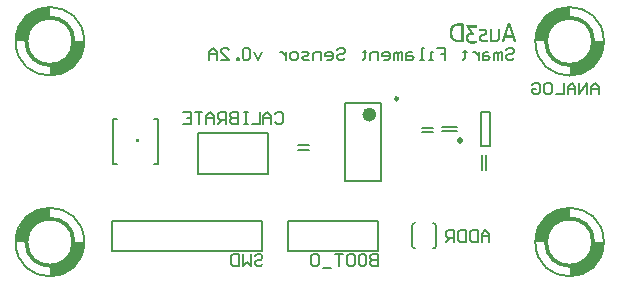
<source format=gbo>
G04 Layer_Color=32896*
%FSLAX44Y44*%
%MOMM*%
G71*
G01*
G75*
%ADD15C,0.2500*%
%ADD16C,0.5000*%
%ADD32C,0.2000*%
%ADD33C,0.3000*%
%ADD34C,0.1500*%
%ADD35C,0.1270*%
%ADD55C,0.6000*%
G36*
X391280Y213340D02*
X391290Y213260D01*
X391300Y213200D01*
X391310Y213190D01*
Y213180D01*
X391320Y213090D01*
Y213010D01*
X391330Y212950D01*
Y212940D01*
Y212930D01*
X391340Y212831D01*
Y212751D01*
X391350Y212691D01*
Y212681D01*
Y212671D01*
Y212581D01*
Y212511D01*
Y212451D01*
Y212441D01*
Y212431D01*
Y212251D01*
X391340Y212172D01*
Y212092D01*
Y212032D01*
X391330Y211982D01*
Y211952D01*
Y211942D01*
X391310Y211782D01*
X391300Y211702D01*
X391290Y211643D01*
X391280Y211583D01*
X391270Y211543D01*
X391260Y211513D01*
Y211503D01*
X385720D01*
X385940Y211154D01*
X386159Y210814D01*
X386359Y210485D01*
X386558Y210175D01*
X386758Y209866D01*
X386938Y209576D01*
X387118Y209287D01*
X387297Y209017D01*
X387457Y208758D01*
X387617Y208508D01*
X387766Y208269D01*
X387916Y208039D01*
X388046Y207829D01*
X388176Y207620D01*
X388305Y207430D01*
X388415Y207241D01*
X388525Y207071D01*
X388635Y206911D01*
X388725Y206761D01*
X388815Y206622D01*
X388894Y206492D01*
X388974Y206382D01*
X389034Y206272D01*
X389094Y206182D01*
X389154Y206092D01*
X389194Y206023D01*
X389234Y205963D01*
X389264Y205913D01*
X389294Y205873D01*
X389314Y205843D01*
X389324Y205833D01*
Y205823D01*
X389294Y205773D01*
X389274Y205753D01*
Y205743D01*
Y205733D01*
X389254Y205713D01*
X389234Y205683D01*
X389214Y205643D01*
X389184Y205603D01*
X389164Y205563D01*
X389154Y205543D01*
X389144Y205534D01*
X388984Y205563D01*
X388854Y205593D01*
X388795Y205603D01*
X388755D01*
X388725Y205613D01*
X388715D01*
X388545Y205643D01*
X388475Y205653D01*
X388405Y205663D01*
X388345D01*
X388305Y205673D01*
X388265D01*
X388106Y205683D01*
X387976D01*
X387916Y205693D01*
X387836D01*
X387677Y205703D01*
X387397D01*
X387137Y205693D01*
X386898Y205683D01*
X386678Y205653D01*
X386489Y205623D01*
X386329Y205593D01*
X386269Y205583D01*
X386209Y205573D01*
X386169Y205563D01*
X386139Y205553D01*
X386119Y205543D01*
X386109D01*
X385900Y205474D01*
X385710Y205394D01*
X385530Y205314D01*
X385381Y205234D01*
X385261Y205164D01*
X385161Y205104D01*
X385101Y205064D01*
X385081Y205054D01*
X384921Y204925D01*
X384792Y204795D01*
X384682Y204655D01*
X384582Y204525D01*
X384512Y204415D01*
X384462Y204316D01*
X384432Y204256D01*
X384422Y204246D01*
Y204236D01*
X384342Y204046D01*
X384293Y203846D01*
X384253Y203647D01*
X384223Y203467D01*
X384203Y203307D01*
Y203238D01*
X384193Y203178D01*
Y203138D01*
Y203098D01*
Y203078D01*
Y203068D01*
Y202908D01*
X384203Y202749D01*
X384223Y202609D01*
X384233Y202489D01*
X384253Y202379D01*
X384273Y202309D01*
X384283Y202259D01*
Y202239D01*
X384313Y202110D01*
X384352Y201980D01*
X384382Y201870D01*
X384422Y201770D01*
X384462Y201680D01*
X384482Y201621D01*
X384502Y201581D01*
X384512Y201571D01*
X384572Y201461D01*
X384632Y201351D01*
X384702Y201261D01*
X384752Y201171D01*
X384802Y201111D01*
X384842Y201052D01*
X384871Y201021D01*
X384882Y201012D01*
X385041Y200832D01*
X385121Y200752D01*
X385201Y200692D01*
X385261Y200632D01*
X385311Y200592D01*
X385351Y200572D01*
X385361Y200562D01*
X385560Y200423D01*
X385660Y200363D01*
X385750Y200323D01*
X385820Y200283D01*
X385890Y200253D01*
X385930Y200233D01*
X385940Y200223D01*
X386169Y200133D01*
X386279Y200093D01*
X386389Y200063D01*
X386479Y200033D01*
X386549Y200013D01*
X386589Y199993D01*
X386608D01*
X386878Y199944D01*
X387008Y199914D01*
X387118Y199904D01*
X387217Y199884D01*
X387287Y199874D01*
X387337Y199864D01*
X387357D01*
X387637Y199844D01*
X387776Y199834D01*
X387896D01*
X388006Y199824D01*
X388335D01*
X388505Y199834D01*
X388655D01*
X388795Y199844D01*
X388914Y199854D01*
X388994D01*
X389054Y199864D01*
X389074D01*
X389234Y199884D01*
X389384Y199904D01*
X389513Y199923D01*
X389643Y199944D01*
X389743Y199963D01*
X389813Y199983D01*
X389863Y199993D01*
X389883D01*
X390162Y200073D01*
X390282Y200103D01*
X390392Y200133D01*
X390491Y200163D01*
X390561Y200183D01*
X390601Y200203D01*
X390621D01*
X390881Y200293D01*
X391001Y200333D01*
X391110Y200373D01*
X391200Y200403D01*
X391270Y200433D01*
X391310Y200443D01*
X391330Y200453D01*
X391420Y200293D01*
X391460Y200213D01*
X391490Y200153D01*
X391520Y200093D01*
X391540Y200053D01*
X391550Y200023D01*
X391560Y200013D01*
X391629Y199854D01*
X391659Y199774D01*
X391689Y199704D01*
X391719Y199644D01*
X391729Y199604D01*
X391749Y199574D01*
Y199564D01*
X391809Y199404D01*
X391839Y199325D01*
X391859Y199255D01*
X391879Y199195D01*
X391899Y199145D01*
X391909Y199115D01*
Y199105D01*
X391949Y198935D01*
X391959Y198855D01*
X391979Y198785D01*
X391989Y198726D01*
Y198676D01*
X391999Y198646D01*
Y198636D01*
X391659Y198506D01*
X391500Y198456D01*
X391360Y198406D01*
X391240Y198366D01*
X391140Y198346D01*
X391081Y198326D01*
X391071Y198316D01*
X391060D01*
X390721Y198227D01*
X390561Y198187D01*
X390412Y198157D01*
X390292Y198137D01*
X390192Y198117D01*
X390132Y198097D01*
X390112D01*
X389763Y198047D01*
X389593Y198017D01*
X389443Y198007D01*
X389324Y197987D01*
X389224Y197977D01*
X389184D01*
X389154Y197967D01*
X389134D01*
X388944Y197957D01*
X388755Y197947D01*
X388575Y197937D01*
X388415D01*
X388285Y197927D01*
X387856D01*
X387637Y197937D01*
X387427Y197947D01*
X387247Y197967D01*
X387098Y197977D01*
X387038D01*
X386978Y197987D01*
X386938D01*
X386908Y197997D01*
X386878D01*
X386658Y198037D01*
X386449Y198077D01*
X386259Y198117D01*
X386089Y198147D01*
X385940Y198187D01*
X385830Y198216D01*
X385790Y198227D01*
X385760D01*
X385750Y198237D01*
X385740D01*
X385540Y198296D01*
X385351Y198366D01*
X385171Y198436D01*
X385011Y198496D01*
X384882Y198556D01*
X384782Y198596D01*
X384752Y198616D01*
X384722Y198626D01*
X384712Y198636D01*
X384702D01*
X384532Y198726D01*
X384362Y198825D01*
X384213Y198925D01*
X384073Y199015D01*
X383963Y199095D01*
X383873Y199155D01*
X383823Y199205D01*
X383803Y199215D01*
X383654Y199345D01*
X383514Y199474D01*
X383394Y199594D01*
X383284Y199704D01*
X383195Y199804D01*
X383125Y199884D01*
X383075Y199933D01*
X383065Y199953D01*
X382955Y200113D01*
X382845Y200273D01*
X382755Y200433D01*
X382665Y200572D01*
X382606Y200692D01*
X382546Y200792D01*
X382526Y200822D01*
X382516Y200852D01*
X382506Y200862D01*
Y200872D01*
X382416Y201061D01*
X382346Y201261D01*
X382286Y201451D01*
X382226Y201621D01*
X382186Y201760D01*
X382176Y201830D01*
X382156Y201880D01*
X382146Y201920D01*
Y201950D01*
X382136Y201970D01*
Y201980D01*
X382096Y202209D01*
X382066Y202429D01*
X382047Y202649D01*
X382027Y202848D01*
Y203018D01*
X382017Y203088D01*
Y203148D01*
Y203198D01*
Y203238D01*
Y203258D01*
Y203267D01*
X382027Y203527D01*
X382037Y203637D01*
X382047Y203747D01*
X382057Y203827D01*
X382066Y203896D01*
X382076Y203946D01*
Y203956D01*
X382126Y204216D01*
X382156Y204336D01*
X382186Y204436D01*
X382216Y204525D01*
X382236Y204595D01*
X382246Y204635D01*
X382256Y204655D01*
X382356Y204905D01*
X382406Y205024D01*
X382456Y205124D01*
X382506Y205204D01*
X382536Y205264D01*
X382556Y205314D01*
X382566Y205324D01*
X382635Y205444D01*
X382705Y205553D01*
X382775Y205663D01*
X382845Y205743D01*
X382895Y205823D01*
X382945Y205873D01*
X382975Y205913D01*
X382985Y205923D01*
X383175Y206132D01*
X383264Y206222D01*
X383344Y206292D01*
X383424Y206362D01*
X383484Y206412D01*
X383524Y206442D01*
X383534Y206452D01*
X383764Y206612D01*
X383873Y206681D01*
X383983Y206741D01*
X384073Y206791D01*
X384143Y206831D01*
X384183Y206851D01*
X384203Y206861D01*
X384492Y206971D01*
X384632Y207021D01*
X384752Y207051D01*
X384862Y207081D01*
X384941Y207101D01*
X385001Y207121D01*
X385021D01*
X385351Y207171D01*
X385510Y207190D01*
X385660Y207201D01*
X385790Y207211D01*
X386219D01*
X386269Y207201D01*
X386289Y207190D01*
X386299D01*
X386059Y207560D01*
X385820Y207919D01*
X385590Y208259D01*
X385371Y208588D01*
X385161Y208908D01*
X384961Y209217D01*
X384762Y209516D01*
X384572Y209806D01*
X384392Y210075D01*
X384223Y210345D01*
X384053Y210595D01*
X383893Y210834D01*
X383744Y211064D01*
X383604Y211273D01*
X383474Y211483D01*
X383344Y211673D01*
X383224Y211852D01*
X383115Y212022D01*
X383005Y212182D01*
X382915Y212331D01*
X382825Y212461D01*
X382745Y212581D01*
X382665Y212701D01*
X382606Y212801D01*
X382546Y212880D01*
X382496Y212960D01*
X382456Y213020D01*
X382416Y213080D01*
X382386Y213120D01*
X382376Y213150D01*
X382356Y213160D01*
Y213170D01*
X382426Y213280D01*
X382476Y213360D01*
X382506Y213410D01*
X382516Y213419D01*
X391260D01*
X391280Y213340D01*
D02*
G37*
G36*
X59000Y25200D02*
X57950Y22850D01*
X57300Y18950D01*
X55350Y17000D01*
Y15050D01*
X50800Y10500D01*
Y9850D01*
X46250Y5300D01*
X44300D01*
X42350Y3350D01*
X39750D01*
X37800Y1400D01*
X33250D01*
X32600Y750D01*
X30000D01*
Y9850D01*
X33250D01*
X34550Y11150D01*
X38450D01*
X42350Y15050D01*
X43000D01*
X47550Y19600D01*
Y20900D01*
X49500Y22850D01*
Y29500D01*
X50000Y30000D01*
X59000D01*
Y25200D01*
D02*
G37*
G36*
X499000D02*
X497950Y22850D01*
X497300Y18950D01*
X495350Y17000D01*
Y15050D01*
X490800Y10500D01*
Y9850D01*
X486250Y5300D01*
X484300D01*
X482350Y3350D01*
X479750D01*
X477800Y1400D01*
X473250D01*
X472600Y750D01*
X470000D01*
Y9850D01*
X473250D01*
X474550Y11150D01*
X478450D01*
X482350Y15050D01*
X483000D01*
X487550Y19600D01*
Y20900D01*
X489500Y22850D01*
Y29500D01*
X490000Y30000D01*
X499000D01*
Y25200D01*
D02*
G37*
G36*
X410606Y210654D02*
X410666Y210644D01*
X410865D01*
X410905Y210634D01*
X410965D01*
X411095Y210624D01*
X411205Y210604D01*
X411294Y210595D01*
X411364D01*
X411424Y210585D01*
X411474Y210574D01*
X411504D01*
Y210435D01*
Y210325D01*
Y210285D01*
Y210255D01*
Y210235D01*
Y210225D01*
Y210125D01*
Y210035D01*
Y209986D01*
Y209976D01*
Y209966D01*
Y209806D01*
Y209666D01*
Y209556D01*
Y209466D01*
Y209407D01*
Y209357D01*
Y209337D01*
Y209327D01*
Y209287D01*
Y209237D01*
Y209117D01*
Y208977D01*
Y208828D01*
Y208678D01*
Y208558D01*
Y208518D01*
Y208478D01*
Y208458D01*
Y208448D01*
Y208269D01*
Y208179D01*
Y208099D01*
Y208029D01*
Y207979D01*
Y207939D01*
Y207929D01*
Y207690D01*
Y207570D01*
Y207460D01*
Y207370D01*
Y207300D01*
Y207250D01*
Y207230D01*
Y207031D01*
Y206831D01*
Y206632D01*
Y206442D01*
Y206282D01*
Y206212D01*
Y206152D01*
Y206112D01*
Y206073D01*
Y206053D01*
Y206043D01*
Y205773D01*
Y205504D01*
Y205224D01*
Y204974D01*
Y204865D01*
Y204755D01*
Y204665D01*
Y204585D01*
Y204515D01*
Y204465D01*
Y204436D01*
Y204426D01*
X411494Y204116D01*
X411484Y203836D01*
X411464Y203587D01*
X411444Y203367D01*
X411434Y203267D01*
X411424Y203178D01*
Y203108D01*
X411414Y203048D01*
X411404Y202998D01*
X411394Y202958D01*
Y202938D01*
Y202928D01*
X411354Y202689D01*
X411304Y202459D01*
X411255Y202259D01*
X411205Y202090D01*
X411165Y201950D01*
X411125Y201840D01*
X411115Y201800D01*
X411105Y201770D01*
X411095Y201760D01*
Y201750D01*
X411015Y201571D01*
X410935Y201391D01*
X410855Y201241D01*
X410775Y201111D01*
X410705Y201002D01*
X410656Y200922D01*
X410616Y200872D01*
X410606Y200852D01*
X410496Y200712D01*
X410386Y200582D01*
X410286Y200462D01*
X410186Y200363D01*
X410107Y200283D01*
X410037Y200223D01*
X409997Y200183D01*
X409977Y200173D01*
X409837Y200073D01*
X409707Y199983D01*
X409577Y199904D01*
X409458Y199834D01*
X409358Y199784D01*
X409278Y199734D01*
X409228Y199714D01*
X409208Y199704D01*
X408889Y199584D01*
X408739Y199534D01*
X408599Y199494D01*
X408489Y199464D01*
X408400Y199444D01*
X408340Y199424D01*
X408320D01*
X408140Y199394D01*
X407970Y199364D01*
X407801Y199345D01*
X407651Y199325D01*
X407531Y199305D01*
X407431Y199295D01*
X407401D01*
X407371Y199285D01*
X407351D01*
X407162Y199275D01*
X406972Y199265D01*
X406802Y199255D01*
X406643D01*
X406503Y199245D01*
X406104D01*
X405904Y199255D01*
X405724D01*
X405555Y199265D01*
X405415Y199275D01*
X405305D01*
X405265Y199285D01*
X405215D01*
X405016Y199305D01*
X404826Y199335D01*
X404646Y199354D01*
X404487Y199384D01*
X404347Y199404D01*
X404247Y199424D01*
X404207D01*
X404177Y199434D01*
X404157D01*
X403957Y199474D01*
X403778Y199504D01*
X403608Y199544D01*
X403468Y199574D01*
X403339Y199594D01*
X403249Y199614D01*
X403189Y199634D01*
X403169D01*
X403009Y199674D01*
X402859Y199714D01*
X402720Y199754D01*
X402590Y199784D01*
X402490Y199804D01*
X402420Y199824D01*
X402370Y199844D01*
X402350D01*
Y199963D01*
Y200083D01*
Y200183D01*
Y200273D01*
Y200353D01*
Y200403D01*
Y200443D01*
Y200453D01*
Y200632D01*
Y200712D01*
Y200782D01*
Y200832D01*
Y200882D01*
Y200902D01*
Y200912D01*
Y201081D01*
Y201231D01*
Y201361D01*
Y201461D01*
Y201551D01*
Y201600D01*
Y201640D01*
Y201650D01*
Y201840D01*
Y201940D01*
Y202030D01*
Y202100D01*
Y202169D01*
Y202209D01*
Y202219D01*
Y202309D01*
Y202389D01*
Y202439D01*
Y202449D01*
Y202459D01*
Y202559D01*
Y202649D01*
Y202689D01*
Y202719D01*
Y202738D01*
Y202749D01*
Y202868D01*
Y202988D01*
Y203038D01*
Y203078D01*
Y203098D01*
Y203108D01*
Y203258D01*
Y203407D01*
Y203457D01*
Y203507D01*
Y203537D01*
Y203547D01*
Y203697D01*
Y203857D01*
Y204006D01*
Y204146D01*
Y204276D01*
Y204366D01*
Y204405D01*
Y204436D01*
Y204445D01*
Y204455D01*
Y204665D01*
Y204875D01*
Y205084D01*
Y205274D01*
Y205444D01*
Y205513D01*
Y205573D01*
Y205623D01*
Y205663D01*
Y205683D01*
Y205693D01*
Y206033D01*
Y206382D01*
Y206731D01*
Y206891D01*
Y207051D01*
Y207201D01*
Y207330D01*
Y207460D01*
Y207560D01*
Y207640D01*
Y207710D01*
Y207750D01*
Y207759D01*
Y208229D01*
Y208708D01*
Y209177D01*
Y209407D01*
Y209616D01*
Y209816D01*
Y209995D01*
Y210165D01*
Y210305D01*
Y210415D01*
Y210505D01*
Y210555D01*
Y210574D01*
X402440Y210595D01*
X402520Y210604D01*
X402580Y210614D01*
X402600D01*
X402700Y210624D01*
X402790D01*
X402830Y210634D01*
X402879D01*
X402979Y210644D01*
X403149D01*
X403239Y210654D01*
X403319Y210664D01*
X403498D01*
X403578Y210654D01*
X403638Y210644D01*
X403838D01*
X403908Y210634D01*
X403928D01*
X404037Y210624D01*
X404127D01*
X404187Y210614D01*
X404207D01*
X404307Y210604D01*
X404387Y210585D01*
X404437Y210574D01*
X404457D01*
Y210465D01*
Y210365D01*
Y210275D01*
Y210195D01*
Y210135D01*
Y210085D01*
Y210055D01*
Y210046D01*
Y209896D01*
Y209826D01*
Y209766D01*
Y209716D01*
Y209676D01*
Y209656D01*
Y209646D01*
Y209457D01*
Y209287D01*
Y209147D01*
Y209047D01*
Y208957D01*
Y208908D01*
Y208868D01*
Y208858D01*
Y208758D01*
Y208628D01*
Y208498D01*
Y208368D01*
Y208249D01*
Y208149D01*
Y208109D01*
Y208079D01*
Y208069D01*
Y208059D01*
Y207949D01*
Y207849D01*
Y207809D01*
Y207780D01*
Y207759D01*
Y207750D01*
Y207620D01*
Y207500D01*
Y207450D01*
Y207410D01*
Y207380D01*
Y207370D01*
Y207241D01*
Y207111D01*
Y206981D01*
Y206861D01*
Y206751D01*
Y206672D01*
Y206612D01*
Y206602D01*
Y206592D01*
Y206412D01*
Y206232D01*
Y206053D01*
Y205883D01*
Y205743D01*
Y205623D01*
Y205583D01*
Y205553D01*
Y205534D01*
Y205523D01*
Y205224D01*
Y204915D01*
Y204615D01*
Y204326D01*
Y204196D01*
Y204076D01*
Y203976D01*
Y203886D01*
Y203807D01*
Y203757D01*
Y203717D01*
Y203707D01*
Y203298D01*
Y202888D01*
Y202479D01*
Y202279D01*
Y202100D01*
Y201920D01*
Y201770D01*
Y201621D01*
Y201501D01*
Y201411D01*
Y201331D01*
Y201291D01*
Y201271D01*
X404756Y201191D01*
X404906Y201161D01*
X405036Y201141D01*
X405155Y201121D01*
X405245Y201101D01*
X405305Y201091D01*
X405325D01*
X405674Y201061D01*
X405844Y201052D01*
X406004D01*
X406144Y201042D01*
X406343D01*
X406603Y201052D01*
X406723D01*
X406822Y201061D01*
X406912D01*
X406972Y201071D01*
X407032D01*
X407152Y201091D01*
X407262Y201111D01*
X407361Y201131D01*
X407451Y201151D01*
X407531Y201161D01*
X407581Y201181D01*
X407621Y201191D01*
X407631D01*
X407831Y201251D01*
X407920Y201291D01*
X408000Y201321D01*
X408070Y201351D01*
X408120Y201381D01*
X408150Y201391D01*
X408160Y201401D01*
X408320Y201511D01*
X408400Y201561D01*
X408460Y201611D01*
X408509Y201650D01*
X408549Y201690D01*
X408579Y201710D01*
X408589Y201720D01*
X408719Y201880D01*
X408829Y202030D01*
X408869Y202100D01*
X408899Y202150D01*
X408919Y202180D01*
X408929Y202190D01*
X409029Y202399D01*
X409068Y202499D01*
X409108Y202589D01*
X409128Y202679D01*
X409148Y202738D01*
X409168Y202778D01*
Y202798D01*
X409238Y203058D01*
X409258Y203188D01*
X409278Y203307D01*
X409298Y203407D01*
X409308Y203487D01*
X409318Y203537D01*
Y203557D01*
X409338Y203886D01*
X409348Y204046D01*
Y204196D01*
X409358Y204326D01*
Y204415D01*
Y204455D01*
Y204485D01*
Y204495D01*
Y204505D01*
Y204645D01*
Y204755D01*
Y204795D01*
Y204825D01*
Y204845D01*
Y204855D01*
Y204965D01*
Y205044D01*
Y205104D01*
Y205114D01*
Y205124D01*
Y205284D01*
Y205414D01*
Y205513D01*
Y205603D01*
Y205663D01*
Y205713D01*
Y205733D01*
Y205743D01*
Y205783D01*
Y205833D01*
Y205953D01*
Y206092D01*
Y206242D01*
Y206382D01*
Y206502D01*
Y206542D01*
Y206582D01*
Y206602D01*
Y206612D01*
Y206781D01*
Y206871D01*
Y206951D01*
Y207021D01*
Y207071D01*
Y207111D01*
Y207121D01*
Y207350D01*
Y207470D01*
Y207570D01*
Y207660D01*
Y207740D01*
Y207780D01*
Y207799D01*
Y207999D01*
Y208199D01*
Y208398D01*
Y208578D01*
Y208738D01*
Y208808D01*
Y208868D01*
Y208918D01*
Y208947D01*
Y208967D01*
Y208977D01*
Y209247D01*
Y209516D01*
Y209786D01*
Y210035D01*
Y210145D01*
Y210255D01*
Y210345D01*
Y210425D01*
Y210485D01*
Y210535D01*
Y210564D01*
Y210574D01*
X409458Y210595D01*
X409538Y210604D01*
X409598Y210614D01*
X409617D01*
X409717Y210624D01*
X409807D01*
X409877Y210634D01*
X409897D01*
X410007Y210644D01*
X410196D01*
X410286Y210654D01*
X410366Y210664D01*
X410526D01*
X410606Y210654D01*
D02*
G37*
G36*
X377325Y215246D02*
X377505D01*
X377694Y215236D01*
X377884Y215226D01*
X378064Y215216D01*
X378213Y215206D01*
X378353Y215196D01*
X378453D01*
X378493Y215186D01*
X378543D01*
X378722Y215176D01*
X378892Y215156D01*
X379042Y215146D01*
X379172Y215136D01*
X379272Y215126D01*
X379351Y215116D01*
X379401Y215106D01*
X379421D01*
X379711Y215077D01*
X379841Y215067D01*
X379970Y215056D01*
X380070Y215047D01*
X380150Y215037D01*
X380200Y215027D01*
X380320D01*
Y214847D01*
Y214677D01*
Y214527D01*
Y214398D01*
Y214288D01*
Y214218D01*
Y214168D01*
Y214148D01*
Y214008D01*
Y213889D01*
Y213769D01*
Y213669D01*
Y213589D01*
Y213529D01*
Y213489D01*
Y213479D01*
Y213230D01*
Y213020D01*
Y212840D01*
Y212691D01*
Y212571D01*
Y212491D01*
Y212441D01*
Y212421D01*
Y212281D01*
Y212142D01*
Y212002D01*
Y211872D01*
Y211752D01*
Y211663D01*
Y211603D01*
Y211593D01*
Y211583D01*
Y211463D01*
Y211353D01*
Y211313D01*
Y211273D01*
Y211253D01*
Y211243D01*
Y211104D01*
Y210964D01*
Y210914D01*
Y210864D01*
Y210834D01*
Y210824D01*
Y210644D01*
Y210564D01*
Y210485D01*
Y210415D01*
Y210365D01*
Y210325D01*
Y210315D01*
Y210095D01*
Y209986D01*
Y209886D01*
Y209796D01*
Y209726D01*
Y209686D01*
Y209666D01*
Y209447D01*
Y209227D01*
Y209007D01*
Y208798D01*
Y208618D01*
Y208538D01*
Y208478D01*
Y208418D01*
Y208378D01*
Y208358D01*
Y208349D01*
Y208059D01*
Y207750D01*
Y207460D01*
Y207190D01*
Y207061D01*
Y206951D01*
Y206851D01*
Y206761D01*
Y206691D01*
Y206632D01*
Y206602D01*
Y206592D01*
Y206352D01*
Y206092D01*
Y205583D01*
Y205074D01*
Y204835D01*
Y204605D01*
Y204386D01*
Y204186D01*
Y204016D01*
Y203857D01*
Y203737D01*
Y203647D01*
Y203587D01*
Y203577D01*
Y203567D01*
Y203238D01*
Y202898D01*
Y202199D01*
Y201860D01*
Y201521D01*
Y201191D01*
Y200882D01*
Y200592D01*
Y200333D01*
Y200093D01*
Y199894D01*
Y199804D01*
Y199734D01*
Y199664D01*
Y199604D01*
Y199564D01*
Y199534D01*
Y199514D01*
Y199504D01*
X380040Y199464D01*
X379910Y199444D01*
X379781Y199434D01*
X379681Y199424D01*
X379591Y199414D01*
X379541Y199404D01*
X379521D01*
X379202Y199375D01*
X379042Y199364D01*
X378902Y199354D01*
X378782Y199345D01*
X378683Y199335D01*
X378653Y199325D01*
X378603D01*
X378423Y199305D01*
X378243Y199295D01*
X378074Y199285D01*
X377924Y199275D01*
X377794Y199265D01*
X377694Y199255D01*
X377415D01*
X377235Y199245D01*
X376596D01*
X376217Y199255D01*
X375858Y199265D01*
X375508Y199295D01*
X375179Y199325D01*
X374859Y199354D01*
X374570Y199404D01*
X374290Y199444D01*
X374041Y199494D01*
X373811Y199534D01*
X373612Y199584D01*
X373432Y199624D01*
X373282Y199654D01*
X373172Y199694D01*
X373083Y199714D01*
X373033Y199724D01*
X373013Y199734D01*
X372733Y199834D01*
X372464Y199933D01*
X372204Y200053D01*
X371965Y200173D01*
X371735Y200293D01*
X371525Y200413D01*
X371336Y200542D01*
X371156Y200652D01*
X370996Y200772D01*
X370857Y200872D01*
X370737Y200972D01*
X370637Y201052D01*
X370557Y201121D01*
X370507Y201171D01*
X370467Y201201D01*
X370457Y201211D01*
X370268Y201401D01*
X370088Y201600D01*
X369928Y201800D01*
X369779Y202010D01*
X369639Y202219D01*
X369509Y202429D01*
X369389Y202629D01*
X369289Y202818D01*
X369199Y202998D01*
X369120Y203168D01*
X369050Y203317D01*
X369000Y203447D01*
X368950Y203547D01*
X368920Y203627D01*
X368910Y203677D01*
X368900Y203697D01*
X368810Y203986D01*
X368730Y204286D01*
X368661Y204585D01*
X368601Y204885D01*
X368551Y205184D01*
X368511Y205474D01*
X368471Y205763D01*
X368441Y206033D01*
X368421Y206282D01*
X368411Y206512D01*
X368401Y206711D01*
X368391Y206891D01*
X368381Y207031D01*
Y207091D01*
Y207141D01*
Y207181D01*
Y207211D01*
Y207220D01*
Y207230D01*
X368391Y207590D01*
X368401Y207939D01*
X368431Y208269D01*
X368461Y208588D01*
X368501Y208888D01*
X368541Y209177D01*
X368591Y209436D01*
X368630Y209676D01*
X368680Y209896D01*
X368730Y210095D01*
X368770Y210265D01*
X368810Y210405D01*
X368840Y210515D01*
X368870Y210595D01*
X368880Y210644D01*
X368890Y210664D01*
X368990Y210934D01*
X369100Y211193D01*
X369220Y211443D01*
X369339Y211682D01*
X369469Y211902D01*
X369589Y212112D01*
X369719Y212301D01*
X369838Y212481D01*
X369958Y212641D01*
X370058Y212781D01*
X370158Y212900D01*
X370238Y213000D01*
X370308Y213080D01*
X370367Y213140D01*
X370397Y213180D01*
X370407Y213190D01*
X370607Y213379D01*
X370807Y213559D01*
X371016Y213719D01*
X371236Y213869D01*
X371446Y214008D01*
X371655Y214138D01*
X371865Y214248D01*
X372054Y214358D01*
X372244Y214448D01*
X372404Y214517D01*
X372564Y214587D01*
X372693Y214637D01*
X372793Y214687D01*
X372873Y214717D01*
X372923Y214727D01*
X372943Y214737D01*
X373232Y214827D01*
X373532Y214907D01*
X373841Y214977D01*
X374141Y215037D01*
X374450Y215086D01*
X374740Y215126D01*
X375029Y215166D01*
X375299Y215196D01*
X375548Y215216D01*
X375778Y215226D01*
X375987Y215236D01*
X376167Y215246D01*
X376307Y215256D01*
X377195D01*
X377325Y215246D01*
D02*
G37*
G36*
X396710Y210814D02*
X397040Y210794D01*
X397200Y210774D01*
X397349Y210754D01*
X397479Y210734D01*
X397609Y210724D01*
X397719Y210704D01*
X397818Y210684D01*
X397908Y210664D01*
X397978Y210644D01*
X398038Y210634D01*
X398078Y210624D01*
X398108Y210614D01*
X398118D01*
X398397Y210525D01*
X398647Y210425D01*
X398867Y210315D01*
X399056Y210205D01*
X399206Y210115D01*
X399266Y210075D01*
X399316Y210035D01*
X399366Y210005D01*
X399396Y209986D01*
X399406Y209976D01*
X399416Y209966D01*
X399605Y209796D01*
X399765Y209626D01*
X399895Y209457D01*
X400005Y209297D01*
X400094Y209157D01*
X400154Y209047D01*
X400174Y209007D01*
X400194Y208977D01*
X400204Y208957D01*
Y208947D01*
X400294Y208728D01*
X400354Y208498D01*
X400404Y208279D01*
X400434Y208069D01*
X400454Y207899D01*
Y207819D01*
X400464Y207759D01*
Y207700D01*
Y207660D01*
Y207640D01*
Y207630D01*
X400454Y207430D01*
X400444Y207250D01*
X400414Y207091D01*
X400384Y206941D01*
X400364Y206821D01*
X400334Y206741D01*
X400324Y206681D01*
X400314Y206672D01*
Y206661D01*
X400244Y206502D01*
X400174Y206352D01*
X400094Y206222D01*
X400014Y206112D01*
X399945Y206023D01*
X399885Y205953D01*
X399845Y205913D01*
X399835Y205893D01*
X399715Y205773D01*
X399575Y205663D01*
X399446Y205563D01*
X399316Y205474D01*
X399196Y205394D01*
X399106Y205334D01*
X399046Y205294D01*
X399036Y205284D01*
X399026D01*
X398827Y205174D01*
X398627Y205074D01*
X398427Y204974D01*
X398238Y204895D01*
X398078Y204835D01*
X398008Y204805D01*
X397948Y204775D01*
X397908Y204765D01*
X397868Y204745D01*
X397848Y204735D01*
X397838D01*
X397759Y204705D01*
X397689Y204675D01*
X397649Y204665D01*
X397629Y204655D01*
X397609Y204645D01*
X397599Y204635D01*
X397579D01*
X397539Y204615D01*
X397459Y204585D01*
X397359Y204545D01*
X397259Y204515D01*
X397170Y204475D01*
X397100Y204455D01*
X397090Y204445D01*
X397080D01*
X396930Y204396D01*
X396800Y204356D01*
X396740Y204346D01*
X396701Y204326D01*
X396680Y204316D01*
X396670D01*
X396531Y204266D01*
X396411Y204226D01*
X396371Y204216D01*
X396331Y204196D01*
X396311Y204186D01*
X396301D01*
X396171Y204126D01*
X396072Y204076D01*
X396032Y204056D01*
X396002Y204036D01*
X395992Y204026D01*
X395982D01*
X395872Y203956D01*
X395772Y203906D01*
X395732Y203876D01*
X395702Y203867D01*
X395692Y203846D01*
X395682D01*
X395582Y203767D01*
X395513Y203697D01*
X395463Y203647D01*
X395443Y203637D01*
Y203627D01*
X395363Y203537D01*
X395303Y203457D01*
X395263Y203387D01*
X395253Y203377D01*
Y203367D01*
X395193Y203267D01*
X395153Y203168D01*
X395143Y203118D01*
X395133Y203088D01*
X395123Y203068D01*
Y203058D01*
X395103Y202918D01*
X395093Y202788D01*
Y202729D01*
Y202689D01*
Y202659D01*
Y202649D01*
X395103Y202509D01*
X395113Y202389D01*
X395123Y202349D01*
Y202309D01*
X395133Y202289D01*
Y202279D01*
X395183Y202150D01*
X395233Y202050D01*
X395253Y202010D01*
X395273Y201990D01*
X395283Y201970D01*
X395293Y201960D01*
X395373Y201850D01*
X395453Y201750D01*
X395483Y201710D01*
X395513Y201680D01*
X395523Y201670D01*
X395532Y201660D01*
X395632Y201561D01*
X395732Y201491D01*
X395772Y201461D01*
X395802Y201441D01*
X395822Y201421D01*
X395832D01*
X395962Y201351D01*
X396082Y201291D01*
X396132Y201271D01*
X396171Y201251D01*
X396191Y201241D01*
X396201D01*
X396351Y201181D01*
X396481Y201141D01*
X396541Y201121D01*
X396581Y201111D01*
X396611Y201101D01*
X396621D01*
X396790Y201061D01*
X396870Y201052D01*
X396940Y201042D01*
X397000Y201031D01*
X397050Y201021D01*
X397090D01*
X397259Y201012D01*
X397339D01*
X397419Y201002D01*
X397569D01*
X397828Y201012D01*
X397938D01*
X398048Y201021D01*
X398138D01*
X398208Y201031D01*
X398268D01*
X398527Y201061D01*
X398637Y201081D01*
X398747Y201091D01*
X398837Y201111D01*
X398907Y201121D01*
X398946Y201131D01*
X398966D01*
X399216Y201191D01*
X399336Y201221D01*
X399436Y201241D01*
X399515Y201261D01*
X399575Y201281D01*
X399625Y201291D01*
X399635D01*
X399865Y201371D01*
X399975Y201401D01*
X400065Y201441D01*
X400144Y201471D01*
X400204Y201491D01*
X400244Y201501D01*
X400254Y201511D01*
X400314Y201351D01*
X400344Y201271D01*
X400364Y201211D01*
X400384Y201151D01*
X400404Y201111D01*
X400414Y201081D01*
Y201071D01*
X400474Y200912D01*
X400494Y200842D01*
X400514Y200772D01*
X400534Y200722D01*
X400554Y200682D01*
X400564Y200652D01*
Y200642D01*
X400614Y200473D01*
X400633Y200403D01*
X400653Y200333D01*
X400663Y200273D01*
X400673Y200233D01*
X400683Y200203D01*
Y200193D01*
X400713Y200033D01*
X400723Y199904D01*
X400733Y199844D01*
X400743Y199804D01*
Y199774D01*
Y199764D01*
X400494Y199674D01*
X400374Y199644D01*
X400274Y199614D01*
X400174Y199584D01*
X400104Y199564D01*
X400065Y199554D01*
X400045D01*
X399775Y199484D01*
X399655Y199454D01*
X399535Y199434D01*
X399436Y199414D01*
X399366Y199394D01*
X399316Y199384D01*
X399296D01*
X398996Y199335D01*
X398857Y199315D01*
X398727Y199305D01*
X398617Y199285D01*
X398537D01*
X398477Y199275D01*
X398457D01*
X398108Y199255D01*
X397948D01*
X397799Y199245D01*
X397299D01*
X397120Y199255D01*
X396950Y199265D01*
X396810Y199275D01*
X396690Y199285D01*
X396601Y199295D01*
X396541Y199305D01*
X396521D01*
X396351Y199335D01*
X396181Y199364D01*
X396032Y199394D01*
X395902Y199434D01*
X395792Y199464D01*
X395702Y199484D01*
X395652Y199494D01*
X395632Y199504D01*
X395473Y199554D01*
X395333Y199604D01*
X395193Y199664D01*
X395083Y199704D01*
X394983Y199754D01*
X394914Y199784D01*
X394874Y199804D01*
X394854Y199814D01*
X394724Y199884D01*
X394594Y199953D01*
X394484Y200023D01*
X394385Y200083D01*
X394305Y200143D01*
X394245Y200183D01*
X394205Y200213D01*
X394195Y200223D01*
X394085Y200313D01*
X393975Y200403D01*
X393885Y200492D01*
X393806Y200572D01*
X393746Y200632D01*
X393696Y200682D01*
X393666Y200722D01*
X393656Y200732D01*
X393506Y200952D01*
X393436Y201052D01*
X393376Y201141D01*
X393336Y201221D01*
X393297Y201291D01*
X393277Y201331D01*
X393267Y201341D01*
X393157Y201590D01*
X393117Y201710D01*
X393087Y201820D01*
X393057Y201910D01*
X393037Y201980D01*
X393027Y202020D01*
Y202040D01*
X392977Y202319D01*
X392967Y202449D01*
X392957Y202559D01*
X392947Y202659D01*
Y202738D01*
Y202788D01*
Y202808D01*
Y202938D01*
X392957Y203058D01*
X392967Y203168D01*
X392977Y203267D01*
X392987Y203347D01*
X392997Y203417D01*
X393007Y203457D01*
Y203467D01*
X393047Y203677D01*
X393067Y203777D01*
X393087Y203857D01*
X393117Y203926D01*
X393127Y203986D01*
X393147Y204016D01*
Y204026D01*
X393237Y204206D01*
X393277Y204286D01*
X393316Y204356D01*
X393346Y204415D01*
X393376Y204455D01*
X393386Y204485D01*
X393396Y204495D01*
X393496Y204645D01*
X393586Y204765D01*
X393626Y204815D01*
X393656Y204855D01*
X393676Y204875D01*
X393686Y204885D01*
X393816Y205014D01*
X393935Y205114D01*
X393985Y205154D01*
X394025Y205184D01*
X394045Y205204D01*
X394055Y205214D01*
X394205Y205324D01*
X394345Y205414D01*
X394404Y205444D01*
X394454Y205474D01*
X394484Y205484D01*
X394494Y205494D01*
X394664Y205573D01*
X394744Y205613D01*
X394824Y205643D01*
X394884Y205673D01*
X394934Y205693D01*
X394963Y205713D01*
X394973D01*
X395153Y205783D01*
X395243Y205813D01*
X395313Y205833D01*
X395383Y205863D01*
X395433Y205873D01*
X395463Y205893D01*
X395473D01*
X395573Y205933D01*
X395652Y205953D01*
X395702Y205973D01*
X395732Y205983D01*
X395752D01*
X395772Y205993D01*
X395802Y206003D01*
X395842Y206013D01*
X395942Y206053D01*
X396072Y206103D01*
X396201Y206142D01*
X396311Y206182D01*
X396351Y206202D01*
X396391Y206212D01*
X396411Y206222D01*
X396421D01*
X396561Y206262D01*
X396680Y206302D01*
X396730Y206322D01*
X396770Y206332D01*
X396790Y206342D01*
X396800D01*
X396930Y206402D01*
X397040Y206442D01*
X397090Y206462D01*
X397120Y206472D01*
X397140Y206482D01*
X397150D01*
X397269Y206532D01*
X397369Y206572D01*
X397409Y206592D01*
X397439Y206612D01*
X397459Y206622D01*
X397469D01*
X397569Y206681D01*
X397659Y206741D01*
X397719Y206781D01*
X397729Y206791D01*
X397739D01*
X397838Y206861D01*
X397908Y206921D01*
X397958Y206971D01*
X397978Y206991D01*
X398048Y207071D01*
X398098Y207151D01*
X398138Y207211D01*
X398148Y207220D01*
Y207230D01*
X398198Y207330D01*
X398238Y207420D01*
X398258Y207490D01*
X398268Y207500D01*
Y207510D01*
X398288Y207630D01*
X398298Y207740D01*
X398308Y207780D01*
Y207819D01*
Y207839D01*
Y207849D01*
X398298Y207979D01*
X398278Y208099D01*
X398258Y208199D01*
X398228Y208289D01*
X398198Y208358D01*
X398168Y208418D01*
X398158Y208448D01*
X398148Y208458D01*
X398078Y208548D01*
X398008Y208628D01*
X397928Y208688D01*
X397858Y208748D01*
X397789Y208788D01*
X397739Y208818D01*
X397699Y208838D01*
X397689Y208848D01*
X397449Y208937D01*
X397339Y208967D01*
X397239Y208997D01*
X397150Y209027D01*
X397080Y209047D01*
X397040Y209057D01*
X397020D01*
X396750Y209097D01*
X396631Y209107D01*
X396511Y209117D01*
X396411Y209127D01*
X396132D01*
X396002Y209117D01*
X395872D01*
X395762Y209107D01*
X395672Y209097D01*
X395602D01*
X395563Y209087D01*
X395542D01*
X395293Y209047D01*
X395173Y209027D01*
X395073Y209007D01*
X394983Y208987D01*
X394924Y208977D01*
X394874Y208957D01*
X394864D01*
X394624Y208908D01*
X394524Y208878D01*
X394435Y208858D01*
X394355Y208838D01*
X394295Y208818D01*
X394255Y208808D01*
X394245D01*
X394045Y208748D01*
X393955Y208718D01*
X393876Y208688D01*
X393806Y208668D01*
X393756Y208648D01*
X393726Y208638D01*
X393716D01*
X393656Y208778D01*
X393606Y208897D01*
X393596Y208947D01*
X393576Y208987D01*
X393566Y209007D01*
Y209017D01*
X393516Y209167D01*
X393466Y209297D01*
X393456Y209347D01*
X393446Y209387D01*
X393436Y209417D01*
Y209427D01*
X393396Y209586D01*
X393376Y209656D01*
X393366Y209726D01*
X393356Y209776D01*
X393346Y209816D01*
X393336Y209846D01*
Y209856D01*
X393307Y210016D01*
X393287Y210155D01*
X393277Y210215D01*
X393267Y210255D01*
Y210285D01*
Y210295D01*
X393506Y210365D01*
X393616Y210405D01*
X393716Y210435D01*
X393806Y210455D01*
X393876Y210475D01*
X393915Y210495D01*
X393935D01*
X394195Y210564D01*
X394325Y210595D01*
X394445Y210614D01*
X394544Y210644D01*
X394624Y210654D01*
X394674Y210674D01*
X394694D01*
X394983Y210724D01*
X395123Y210744D01*
X395243Y210764D01*
X395353Y210774D01*
X395433Y210784D01*
X395483Y210794D01*
X395503D01*
X395802Y210814D01*
X395952D01*
X396072Y210824D01*
X396341D01*
X396710Y210814D01*
D02*
G37*
G36*
X418951Y215096D02*
X419240D01*
X419280Y215086D01*
X419340D01*
X419460Y215077D01*
X419560D01*
X419600Y215067D01*
X419660D01*
X419769Y215056D01*
X419859Y215037D01*
X419929Y215027D01*
X419949D01*
X420009Y214847D01*
X420059Y214677D01*
X420109Y214527D01*
X420149Y214398D01*
X420189Y214298D01*
X420219Y214218D01*
X420229Y214168D01*
X420238Y214148D01*
X420278Y214008D01*
X420318Y213889D01*
X420358Y213769D01*
X420388Y213669D01*
X420408Y213589D01*
X420428Y213529D01*
X420448Y213489D01*
Y213479D01*
X420528Y213230D01*
X420598Y213020D01*
X420658Y212840D01*
X420708Y212691D01*
X420748Y212571D01*
X420778Y212491D01*
X420788Y212441D01*
X420798Y212421D01*
X420847Y212281D01*
X420887Y212142D01*
X420937Y212002D01*
X420977Y211872D01*
X421017Y211752D01*
X421037Y211663D01*
X421057Y211603D01*
X421067Y211593D01*
Y211583D01*
X421107Y211473D01*
X421147Y211363D01*
X421157Y211323D01*
X421167Y211283D01*
X421177Y211263D01*
Y211253D01*
X421227Y211104D01*
X421267Y210964D01*
X421287Y210914D01*
X421307Y210864D01*
X421317Y210834D01*
Y210824D01*
X421376Y210644D01*
X421396Y210564D01*
X421426Y210485D01*
X421446Y210415D01*
X421466Y210365D01*
X421486Y210325D01*
Y210315D01*
X421556Y210095D01*
X421596Y209986D01*
X421626Y209886D01*
X421656Y209796D01*
X421676Y209726D01*
X421686Y209686D01*
X421696Y209666D01*
X421766Y209447D01*
X421836Y209227D01*
X421906Y209007D01*
X421975Y208798D01*
X422035Y208618D01*
X422065Y208538D01*
X422085Y208478D01*
X422105Y208418D01*
X422115Y208378D01*
X422125Y208358D01*
Y208349D01*
X422215Y208059D01*
X422315Y207750D01*
X422415Y207460D01*
X422495Y207190D01*
X422544Y207061D01*
X422574Y206951D01*
X422614Y206851D01*
X422634Y206761D01*
X422664Y206691D01*
X422684Y206632D01*
X422694Y206602D01*
Y206592D01*
X422774Y206352D01*
X422854Y206092D01*
X423023Y205583D01*
X423183Y205074D01*
X423263Y204835D01*
X423343Y204605D01*
X423413Y204386D01*
X423473Y204186D01*
X423533Y204016D01*
X423582Y203857D01*
X423622Y203737D01*
X423642Y203647D01*
X423662Y203587D01*
X423672Y203577D01*
Y203567D01*
X423782Y203238D01*
X423892Y202898D01*
X424122Y202199D01*
X424231Y201860D01*
X424341Y201521D01*
X424451Y201191D01*
X424551Y200882D01*
X424641Y200592D01*
X424730Y200333D01*
X424810Y200093D01*
X424870Y199894D01*
X424900Y199804D01*
X424930Y199734D01*
X424950Y199664D01*
X424970Y199604D01*
X424980Y199564D01*
X424990Y199534D01*
X425000Y199514D01*
Y199504D01*
X424910Y199484D01*
X424830Y199464D01*
X424770Y199454D01*
X424750D01*
X424651Y199444D01*
X424571D01*
X424501Y199434D01*
X424481D01*
X424371Y199424D01*
X424181D01*
X424072Y199414D01*
X423782D01*
X423692Y199424D01*
X423493D01*
X423403Y199434D01*
X423313D01*
X423213Y199444D01*
X423133D01*
X423063Y199454D01*
X423044D01*
X422934Y199474D01*
X422844Y199484D01*
X422804Y199494D01*
X422774Y199504D01*
X422754D01*
X422624Y199933D01*
X422504Y200343D01*
X422395Y200722D01*
X422295Y201071D01*
X422205Y201391D01*
X422115Y201690D01*
X422035Y201950D01*
X421965Y202190D01*
X421906Y202399D01*
X421856Y202579D01*
X421806Y202738D01*
X421776Y202868D01*
X421746Y202958D01*
X421726Y203028D01*
X421706Y203078D01*
Y203088D01*
X415806D01*
X415776Y202988D01*
X415746Y202898D01*
X415717Y202818D01*
X415697Y202749D01*
X415667Y202629D01*
X415637Y202549D01*
X415627Y202499D01*
X415617Y202459D01*
X415607Y202439D01*
X415597Y202419D01*
Y202389D01*
X415567Y202319D01*
X415537Y202219D01*
X415507Y202120D01*
X415477Y202020D01*
X415447Y201930D01*
X415437Y201870D01*
X415427Y201860D01*
Y201850D01*
X415397Y201750D01*
X415377Y201650D01*
X415367Y201600D01*
X415357Y201571D01*
X415347Y201551D01*
Y201541D01*
X415297Y201411D01*
X415257Y201281D01*
X415237Y201221D01*
X415227Y201171D01*
X415217Y201141D01*
Y201131D01*
X415177Y201021D01*
X415138Y200902D01*
X415108Y200782D01*
X415078Y200682D01*
X415048Y200582D01*
X415028Y200513D01*
X415008Y200462D01*
Y200443D01*
X414958Y200283D01*
X414908Y200123D01*
X414858Y199963D01*
X414818Y199824D01*
X414778Y199694D01*
X414748Y199594D01*
X414738Y199554D01*
X414728Y199524D01*
X414718Y199514D01*
Y199504D01*
X414628Y199484D01*
X414539Y199464D01*
X414479Y199454D01*
X414459D01*
X414359Y199444D01*
X414259D01*
X414219Y199434D01*
X414169D01*
X414070Y199424D01*
X413880D01*
X413780Y199414D01*
X413480D01*
X413381Y199424D01*
X413181D01*
X413071Y199434D01*
X412971D01*
X412852Y199444D01*
X412752D01*
X412722Y199454D01*
X412662D01*
X412552Y199474D01*
X412472Y199484D01*
X412412Y199504D01*
X412393D01*
X412452Y199684D01*
X412502Y199844D01*
X412552Y199993D01*
X412592Y200123D01*
X412622Y200223D01*
X412652Y200303D01*
X412662Y200353D01*
X412672Y200373D01*
X412712Y200513D01*
X412752Y200642D01*
X412792Y200752D01*
X412822Y200852D01*
X412842Y200942D01*
X412862Y201002D01*
X412882Y201042D01*
Y201052D01*
X412962Y201301D01*
X413041Y201511D01*
X413101Y201690D01*
X413141Y201840D01*
X413181Y201950D01*
X413211Y202030D01*
X413221Y202080D01*
X413231Y202100D01*
X413281Y202239D01*
X413321Y202379D01*
X413371Y202519D01*
X413411Y202659D01*
X413451Y202768D01*
X413480Y202858D01*
X413501Y202918D01*
X413511Y202928D01*
Y202938D01*
X413540Y203058D01*
X413570Y203168D01*
X413590Y203208D01*
X413600Y203248D01*
X413610Y203267D01*
Y203277D01*
X413660Y203427D01*
X413710Y203557D01*
X413720Y203617D01*
X413740Y203657D01*
X413750Y203687D01*
Y203697D01*
X413810Y203876D01*
X413830Y203966D01*
X413860Y204046D01*
X413880Y204116D01*
X413900Y204166D01*
X413920Y204206D01*
Y204216D01*
X413990Y204436D01*
X414030Y204545D01*
X414059Y204645D01*
X414089Y204725D01*
X414109Y204795D01*
X414119Y204835D01*
X414129Y204855D01*
X414199Y205074D01*
X414269Y205294D01*
X414339Y205513D01*
X414409Y205723D01*
X414459Y205903D01*
X414489Y205983D01*
X414509Y206043D01*
X414529Y206103D01*
X414539Y206142D01*
X414549Y206162D01*
Y206172D01*
X414648Y206462D01*
X414748Y206771D01*
X414838Y207061D01*
X414928Y207340D01*
X414968Y207470D01*
X415008Y207580D01*
X415048Y207680D01*
X415068Y207770D01*
X415098Y207839D01*
X415118Y207899D01*
X415128Y207929D01*
Y207939D01*
X415207Y208189D01*
X415287Y208438D01*
X415457Y208947D01*
X415617Y209457D01*
X415697Y209696D01*
X415776Y209926D01*
X415846Y210145D01*
X415906Y210335D01*
X415966Y210515D01*
X416016Y210664D01*
X416056Y210784D01*
X416076Y210874D01*
X416096Y210934D01*
X416106Y210954D01*
X416216Y211283D01*
X416325Y211633D01*
X416555Y212321D01*
X416665Y212671D01*
X416775Y213010D01*
X416875Y213330D01*
X416974Y213639D01*
X417074Y213929D01*
X417154Y214198D01*
X417234Y214428D01*
X417294Y214637D01*
X417324Y214727D01*
X417354Y214797D01*
X417374Y214867D01*
X417394Y214927D01*
X417403Y214967D01*
X417413Y214997D01*
X417424Y215017D01*
Y215027D01*
X417533Y215047D01*
X417633Y215056D01*
X417673D01*
X417703Y215067D01*
X417723D01*
X417843Y215077D01*
X417943D01*
X417993Y215086D01*
X418052D01*
X418172Y215096D01*
X418372D01*
X418482Y215106D01*
X418901D01*
X418951Y215096D01*
D02*
G37*
G36*
X30000Y220150D02*
X26750D01*
X25450Y218850D01*
X21550D01*
X17650Y214950D01*
X17000D01*
X12450Y210400D01*
Y209100D01*
X10500Y207150D01*
Y200500D01*
X10000Y200000D01*
X1000D01*
Y204800D01*
X2050Y207150D01*
X2700Y211050D01*
X4650Y213000D01*
Y214950D01*
X9200Y219500D01*
Y220150D01*
X13750Y224700D01*
X15700D01*
X17650Y226650D01*
X20250D01*
X22200Y228600D01*
X26750D01*
X27400Y229250D01*
X30000D01*
Y220150D01*
D02*
G37*
G36*
X59000Y195200D02*
X57950Y192850D01*
X57300Y188950D01*
X55350Y187000D01*
Y185050D01*
X50800Y180500D01*
Y179850D01*
X46250Y175300D01*
X44300D01*
X42350Y173350D01*
X39750D01*
X37800Y171400D01*
X33250D01*
X32600Y170750D01*
X30000D01*
Y179850D01*
X33250D01*
X34550Y181150D01*
X38450D01*
X42350Y185050D01*
X43000D01*
X47550Y189600D01*
Y190900D01*
X49500Y192850D01*
Y199500D01*
X50000Y200000D01*
X59000D01*
Y195200D01*
D02*
G37*
G36*
X499000D02*
X497950Y192850D01*
X497300Y188950D01*
X495350Y187000D01*
Y185050D01*
X490800Y180500D01*
Y179850D01*
X486250Y175300D01*
X484300D01*
X482350Y173350D01*
X479750D01*
X477800Y171400D01*
X473250D01*
X472600Y170750D01*
X470000D01*
Y179850D01*
X473250D01*
X474550Y181150D01*
X478450D01*
X482350Y185050D01*
X483000D01*
X487550Y189600D01*
Y190900D01*
X489500Y192850D01*
Y199500D01*
X490000Y200000D01*
X499000D01*
Y195200D01*
D02*
G37*
G36*
X470000Y220150D02*
X466750D01*
X465450Y218850D01*
X461550D01*
X457650Y214950D01*
X457000D01*
X452450Y210400D01*
Y209100D01*
X450500Y207150D01*
Y200500D01*
X450000Y200000D01*
X441000D01*
Y204800D01*
X442050Y207150D01*
X442700Y211050D01*
X444650Y213000D01*
Y214950D01*
X449200Y219500D01*
Y220150D01*
X453750Y224700D01*
X455700D01*
X457650Y226650D01*
X460250D01*
X462200Y228600D01*
X466750D01*
X467400Y229250D01*
X470000D01*
Y220150D01*
D02*
G37*
G36*
X30000Y50150D02*
X26750D01*
X25450Y48850D01*
X21550D01*
X17650Y44950D01*
X17000D01*
X12450Y40400D01*
Y39100D01*
X10500Y37150D01*
Y30500D01*
X10000Y30000D01*
X1000D01*
Y34800D01*
X2050Y37150D01*
X2700Y41050D01*
X4650Y43000D01*
Y44950D01*
X9200Y49500D01*
Y50150D01*
X13750Y54700D01*
X15700D01*
X17650Y56650D01*
X20250D01*
X22200Y58600D01*
X26750D01*
X27400Y59250D01*
X30000D01*
Y50150D01*
D02*
G37*
G36*
X470000D02*
X466750D01*
X465450Y48850D01*
X461550D01*
X457650Y44950D01*
X457000D01*
X452450Y40400D01*
Y39100D01*
X450500Y37150D01*
Y30500D01*
X450000Y30000D01*
X441000D01*
Y34800D01*
X442050Y37150D01*
X442700Y41050D01*
X444650Y43000D01*
Y44950D01*
X449200Y49500D01*
Y50150D01*
X453750Y54700D01*
X455700D01*
X457650Y56650D01*
X460250D01*
X462200Y58600D01*
X466750D01*
X467400Y59250D01*
X470000D01*
Y50150D01*
D02*
G37*
G36*
X105040Y115000D02*
X102500D01*
Y117540D01*
X105040D01*
Y115000D01*
D02*
G37*
%LPC*%
G36*
X377075Y213300D02*
X376127D01*
X375908Y213290D01*
X375708Y213270D01*
X375528Y213260D01*
X375378Y213240D01*
X375309Y213230D01*
X375259Y213220D01*
X375219D01*
X375189Y213210D01*
X375159D01*
X374949Y213180D01*
X374750Y213140D01*
X374560Y213100D01*
X374400Y213060D01*
X374260Y213030D01*
X374161Y213000D01*
X374121Y212990D01*
X374091Y212980D01*
X374081Y212970D01*
X374071D01*
X373881Y212910D01*
X373702Y212840D01*
X373532Y212771D01*
X373392Y212701D01*
X373272Y212641D01*
X373182Y212591D01*
X373122Y212561D01*
X373102Y212551D01*
X372943Y212451D01*
X372783Y212341D01*
X372643Y212232D01*
X372524Y212132D01*
X372424Y212052D01*
X372344Y211982D01*
X372304Y211942D01*
X372284Y211922D01*
X372154Y211782D01*
X372024Y211633D01*
X371915Y211503D01*
X371815Y211373D01*
X371735Y211263D01*
X371675Y211173D01*
X371635Y211113D01*
X371625Y211104D01*
Y211094D01*
X371515Y210914D01*
X371415Y210734D01*
X371336Y210555D01*
X371266Y210395D01*
X371206Y210265D01*
X371166Y210155D01*
X371146Y210115D01*
X371136Y210085D01*
X371126Y210065D01*
Y210055D01*
X371056Y209836D01*
X370996Y209616D01*
X370946Y209397D01*
X370896Y209207D01*
X370867Y209037D01*
X370857Y208967D01*
X370847Y208908D01*
X370837Y208858D01*
X370827Y208818D01*
Y208798D01*
Y208788D01*
X370787Y208528D01*
X370767Y208269D01*
X370747Y208019D01*
X370727Y207789D01*
Y207680D01*
Y207590D01*
X370717Y207510D01*
Y207440D01*
Y207380D01*
Y207340D01*
Y207310D01*
Y207300D01*
Y206981D01*
X370737Y206681D01*
X370747Y206402D01*
X370757Y206282D01*
X370767Y206162D01*
X370777Y206053D01*
X370787Y205963D01*
X370797Y205883D01*
X370807Y205813D01*
X370817Y205753D01*
Y205713D01*
X370827Y205693D01*
Y205683D01*
X370867Y205414D01*
X370916Y205164D01*
X370966Y204935D01*
X371016Y204745D01*
X371056Y204585D01*
X371076Y204515D01*
X371096Y204455D01*
X371106Y204415D01*
X371116Y204386D01*
X371126Y204366D01*
Y204356D01*
X371206Y204136D01*
X371286Y203936D01*
X371376Y203757D01*
X371446Y203607D01*
X371515Y203477D01*
X371575Y203377D01*
X371615Y203317D01*
X371625Y203307D01*
Y203298D01*
X371735Y203128D01*
X371855Y202978D01*
X371965Y202838D01*
X372064Y202719D01*
X372154Y202619D01*
X372234Y202549D01*
X372274Y202509D01*
X372294Y202489D01*
X372434Y202359D01*
X372584Y202249D01*
X372723Y202150D01*
X372853Y202060D01*
X372963Y201990D01*
X373043Y201930D01*
X373102Y201900D01*
X373112Y201890D01*
X373122D01*
X373292Y201800D01*
X373462Y201720D01*
X373632Y201660D01*
X373781Y201600D01*
X373911Y201561D01*
X374011Y201531D01*
X374051Y201511D01*
X374081D01*
X374091Y201501D01*
X374101D01*
X374300Y201451D01*
X374500Y201401D01*
X374680Y201361D01*
X374849Y201331D01*
X374999Y201311D01*
X375109Y201291D01*
X375149D01*
X375179Y201281D01*
X375209D01*
X375638Y201241D01*
X375848Y201231D01*
X376027Y201221D01*
X376187Y201211D01*
X376686D01*
X376756Y201221D01*
X376906D01*
X377075Y201231D01*
X377225D01*
X377275Y201241D01*
X377365D01*
X377535Y201261D01*
X377684Y201271D01*
X377814Y201281D01*
X377924Y201291D01*
X378004Y201301D01*
X378064Y201311D01*
X378114D01*
Y201451D01*
Y201581D01*
Y201690D01*
Y201790D01*
Y201880D01*
Y201940D01*
Y201980D01*
Y201990D01*
Y202190D01*
Y202269D01*
Y202349D01*
Y202409D01*
Y202459D01*
Y202489D01*
Y202499D01*
Y202689D01*
Y202848D01*
Y202988D01*
Y203098D01*
Y203188D01*
Y203258D01*
Y203298D01*
Y203307D01*
Y203527D01*
Y203637D01*
Y203737D01*
Y203817D01*
Y203886D01*
Y203926D01*
Y203946D01*
Y204036D01*
Y204126D01*
Y204196D01*
Y204206D01*
Y204216D01*
Y204326D01*
Y204426D01*
Y204475D01*
Y204505D01*
Y204525D01*
Y204535D01*
Y204665D01*
Y204795D01*
Y204855D01*
Y204895D01*
Y204925D01*
Y204935D01*
Y205104D01*
Y205184D01*
Y205264D01*
Y205324D01*
Y205374D01*
Y205414D01*
Y205424D01*
Y205593D01*
Y205763D01*
Y205933D01*
Y206092D01*
Y206222D01*
Y206332D01*
Y206372D01*
Y206402D01*
Y206422D01*
Y206432D01*
Y206651D01*
Y206891D01*
Y207111D01*
Y207320D01*
Y207510D01*
Y207580D01*
Y207650D01*
Y207710D01*
Y207750D01*
Y207770D01*
Y207780D01*
Y208159D01*
Y208548D01*
Y208937D01*
Y209127D01*
Y209297D01*
Y209466D01*
Y209616D01*
Y209746D01*
Y209866D01*
Y209956D01*
Y210026D01*
Y210075D01*
Y210085D01*
Y210345D01*
Y210604D01*
Y211143D01*
Y211663D01*
Y211912D01*
Y212152D01*
Y212371D01*
Y212581D01*
Y212761D01*
Y212910D01*
Y213040D01*
Y213130D01*
Y213190D01*
Y213210D01*
X377974Y213230D01*
X377844Y213240D01*
X377794Y213250D01*
X377714D01*
X377545Y213270D01*
X377475Y213280D01*
X377405D01*
X377345Y213290D01*
X377255D01*
X377075Y213300D01*
D02*
G37*
G36*
X418761Y212930D02*
X418611Y212441D01*
X418472Y211972D01*
X418332Y211513D01*
X418202Y211074D01*
X418072Y210644D01*
X417953Y210235D01*
X417833Y209836D01*
X417723Y209457D01*
X417613Y209097D01*
X417503Y208748D01*
X417403Y208418D01*
X417314Y208099D01*
X417224Y207799D01*
X417134Y207510D01*
X417054Y207241D01*
X416974Y206981D01*
X416904Y206741D01*
X416834Y206522D01*
X416775Y206312D01*
X416715Y206122D01*
X416665Y205943D01*
X416615Y205773D01*
X416575Y205633D01*
X416535Y205504D01*
X416495Y205384D01*
X416465Y205284D01*
X416445Y205194D01*
X416425Y205124D01*
X416405Y205074D01*
X416395Y205034D01*
X416385Y205014D01*
Y205004D01*
X421117D01*
X420967Y205494D01*
X420827Y205963D01*
X420698Y206422D01*
X420568Y206861D01*
X420438Y207290D01*
X420318Y207700D01*
X420199Y208099D01*
X420089Y208478D01*
X419979Y208838D01*
X419879Y209187D01*
X419779Y209516D01*
X419679Y209836D01*
X419590Y210135D01*
X419510Y210425D01*
X419430Y210694D01*
X419350Y210954D01*
X419280Y211193D01*
X419210Y211413D01*
X419150Y211623D01*
X419090Y211822D01*
X419041Y211992D01*
X418991Y212162D01*
X418951Y212301D01*
X418911Y212441D01*
X418871Y212551D01*
X418841Y212651D01*
X418821Y212741D01*
X418801Y212810D01*
X418781Y212860D01*
X418771Y212900D01*
X418761Y212920D01*
Y212930D01*
D02*
G37*
%LPD*%
D15*
X324750Y151500D02*
G03*
X324750Y151500I-1250J0D01*
G01*
D16*
X377318Y115945D02*
X377270Y115992D01*
X377318Y116040D01*
X377365Y115992D01*
X377318Y115945D01*
D32*
X356910Y43585D02*
G03*
X354370Y46125I-2540J0D01*
G01*
Y24408D02*
G03*
X356910Y26948I0J2540D01*
G01*
X339130Y46252D02*
G03*
X336590Y43712I-0J-2540D01*
G01*
Y27075D02*
G03*
X339130Y24535I2540J0D01*
G01*
X155000Y87500D02*
Y122500D01*
X215000Y87500D02*
Y122500D01*
X155000Y87500D02*
X215000D01*
X155000Y122500D02*
X215000D01*
X336590Y27075D02*
Y43712D01*
X356910Y26948D02*
Y43585D01*
X209700Y22300D02*
Y47700D01*
X82700D02*
X209700D01*
X82700Y22300D02*
X209700D01*
X82700D02*
Y47700D01*
X310500Y82000D02*
Y148000D01*
X279500Y82000D02*
Y148000D01*
X310500D01*
X279500Y82000D02*
X310500D01*
X231500Y22300D02*
X307700D01*
X231500D02*
Y47700D01*
X307700D01*
Y22300D02*
Y47700D01*
X416335Y192831D02*
X418002Y194497D01*
X421334D01*
X423000Y192831D01*
Y191164D01*
X421334Y189498D01*
X418002D01*
X416335Y187832D01*
Y186166D01*
X418002Y184500D01*
X421334D01*
X423000Y186166D01*
X413003Y184500D02*
Y191164D01*
X411337D01*
X409671Y189498D01*
Y184500D01*
Y189498D01*
X408005Y191164D01*
X406339Y189498D01*
Y184500D01*
X401340Y191164D02*
X398008D01*
X396342Y189498D01*
Y184500D01*
X401340D01*
X403006Y186166D01*
X401340Y187832D01*
X396342D01*
X393010Y191164D02*
Y184500D01*
Y187832D01*
X391343Y189498D01*
X389677Y191164D01*
X388011D01*
X381347Y192831D02*
Y191164D01*
X383013D01*
X379681D01*
X381347D01*
Y186166D01*
X379681Y184500D01*
X358021Y194497D02*
X364686D01*
Y189498D01*
X361353D01*
X364686D01*
Y184500D01*
X354689D02*
X351356D01*
X353022D01*
Y191164D01*
X354689D01*
X346358Y184500D02*
X343026D01*
X344692D01*
Y194497D01*
X346358D01*
X336361Y191164D02*
X333029D01*
X331363Y189498D01*
Y184500D01*
X336361D01*
X338027Y186166D01*
X336361Y187832D01*
X331363D01*
X328031Y184500D02*
Y191164D01*
X326365D01*
X324698Y189498D01*
Y184500D01*
Y189498D01*
X323032Y191164D01*
X321366Y189498D01*
Y184500D01*
X313035D02*
X316368D01*
X318034Y186166D01*
Y189498D01*
X316368Y191164D01*
X313035D01*
X311369Y189498D01*
Y187832D01*
X318034D01*
X308037Y184500D02*
Y191164D01*
X303039D01*
X301373Y189498D01*
Y184500D01*
X296374Y192831D02*
Y191164D01*
X298040D01*
X294708D01*
X296374D01*
Y186166D01*
X294708Y184500D01*
X273048Y192831D02*
X274715Y194497D01*
X278047D01*
X279713Y192831D01*
Y191164D01*
X278047Y189498D01*
X274715D01*
X273048Y187832D01*
Y186166D01*
X274715Y184500D01*
X278047D01*
X279713Y186166D01*
X264718Y184500D02*
X268050D01*
X269716Y186166D01*
Y189498D01*
X268050Y191164D01*
X264718D01*
X263052Y189498D01*
Y187832D01*
X269716D01*
X259719Y184500D02*
Y191164D01*
X254721D01*
X253055Y189498D01*
Y184500D01*
X249722D02*
X244724D01*
X243058Y186166D01*
X244724Y187832D01*
X248056D01*
X249722Y189498D01*
X248056Y191164D01*
X243058D01*
X238060Y184500D02*
X234727D01*
X233061Y186166D01*
Y189498D01*
X234727Y191164D01*
X238060D01*
X239726Y189498D01*
Y186166D01*
X238060Y184500D01*
X229729Y191164D02*
Y184500D01*
Y187832D01*
X228063Y189498D01*
X226397Y191164D01*
X224731D01*
X209735D02*
X206403Y184500D01*
X203071Y191164D01*
X199739Y192831D02*
X198072Y194497D01*
X194740D01*
X193074Y192831D01*
Y186166D01*
X194740Y184500D01*
X198072D01*
X199739Y186166D01*
Y192831D01*
X189742Y184500D02*
Y186166D01*
X188076D01*
Y184500D01*
X189742D01*
X174747D02*
X181411D01*
X174747Y191164D01*
Y192831D01*
X176413Y194497D01*
X179745D01*
X181411Y192831D01*
X171414Y184500D02*
Y191164D01*
X168082Y194497D01*
X164750Y191164D01*
Y184500D01*
Y189498D01*
X171414D01*
X402110Y30250D02*
Y36915D01*
X398778Y40247D01*
X395446Y36915D01*
Y30250D01*
Y35248D01*
X402110D01*
X392113Y40247D02*
Y30250D01*
X387115D01*
X385449Y31916D01*
Y38581D01*
X387115Y40247D01*
X392113D01*
X382117D02*
Y30250D01*
X377118D01*
X375452Y31916D01*
Y38581D01*
X377118Y40247D01*
X382117D01*
X372120Y30250D02*
Y40247D01*
X367121D01*
X365455Y38581D01*
Y35248D01*
X367121Y33582D01*
X372120D01*
X368787D02*
X365455Y30250D01*
X308000Y19997D02*
Y10000D01*
X303002D01*
X301336Y11666D01*
Y13332D01*
X303002Y14999D01*
X308000D01*
X303002D01*
X301336Y16665D01*
Y18331D01*
X303002Y19997D01*
X308000D01*
X293005D02*
X296337D01*
X298003Y18331D01*
Y11666D01*
X296337Y10000D01*
X293005D01*
X291339Y11666D01*
Y18331D01*
X293005Y19997D01*
X283008D02*
X286340D01*
X288006Y18331D01*
Y11666D01*
X286340Y10000D01*
X283008D01*
X281342Y11666D01*
Y18331D01*
X283008Y19997D01*
X278010D02*
X271345D01*
X274678D01*
Y10000D01*
X268013Y8334D02*
X261348D01*
X258016Y18331D02*
X256350Y19997D01*
X253018D01*
X251352Y18331D01*
Y11666D01*
X253018Y10000D01*
X256350D01*
X258016Y11666D01*
Y18331D01*
X220835Y138331D02*
X222502Y139997D01*
X225834D01*
X227500Y138331D01*
Y131666D01*
X225834Y130000D01*
X222502D01*
X220835Y131666D01*
X217503Y130000D02*
Y136664D01*
X214171Y139997D01*
X210839Y136664D01*
Y130000D01*
Y134998D01*
X217503D01*
X207506Y139997D02*
Y130000D01*
X200842D01*
X197510Y139997D02*
X194177D01*
X195844D01*
Y130000D01*
X197510D01*
X194177D01*
X189179Y139997D02*
Y130000D01*
X184181D01*
X182514Y131666D01*
Y133332D01*
X184181Y134998D01*
X189179D01*
X184181D01*
X182514Y136664D01*
Y138331D01*
X184181Y139997D01*
X189179D01*
X179182Y130000D02*
Y139997D01*
X174184D01*
X172518Y138331D01*
Y134998D01*
X174184Y133332D01*
X179182D01*
X175850D02*
X172518Y130000D01*
X169186D02*
Y136664D01*
X165853Y139997D01*
X162521Y136664D01*
Y130000D01*
Y134998D01*
X169186D01*
X159189Y139997D02*
X152524D01*
X155856D01*
Y130000D01*
X142527Y139997D02*
X149192D01*
Y130000D01*
X142527D01*
X149192Y134998D02*
X145860D01*
X203335Y18331D02*
X205002Y19997D01*
X208334D01*
X210000Y18331D01*
Y16665D01*
X208334Y14998D01*
X205002D01*
X203335Y13332D01*
Y11666D01*
X205002Y10000D01*
X208334D01*
X210000Y11666D01*
X200003Y19997D02*
Y10000D01*
X196671Y13332D01*
X193339Y10000D01*
Y19997D01*
X190006D02*
Y10000D01*
X185008D01*
X183342Y11666D01*
Y18331D01*
X185008Y19997D01*
X190006D01*
X495000Y155000D02*
Y161665D01*
X491668Y164997D01*
X488335Y161665D01*
Y155000D01*
Y159998D01*
X495000D01*
X485003Y155000D02*
Y164997D01*
X478339Y155000D01*
Y164997D01*
X475006Y155000D02*
Y161665D01*
X471674Y164997D01*
X468342Y161665D01*
Y155000D01*
Y159998D01*
X475006D01*
X465010Y164997D02*
Y155000D01*
X458345D01*
X450014Y164997D02*
X453347D01*
X455013Y163331D01*
Y156666D01*
X453347Y155000D01*
X450014D01*
X448348Y156666D01*
Y163331D01*
X450014Y164997D01*
X438352Y163331D02*
X440018Y164997D01*
X443350D01*
X445016Y163331D01*
Y156666D01*
X443350Y155000D01*
X440018D01*
X438352Y156666D01*
Y159998D01*
X441684D01*
D33*
X490000Y200000D02*
G03*
X490000Y200000I-20000J0D01*
G01*
X50000D02*
G03*
X50000Y200000I-20000J0D01*
G01*
Y30000D02*
G03*
X50000Y30000I-20000J0D01*
G01*
X490000D02*
G03*
X490000Y30000I-20000J0D01*
G01*
D34*
X499000Y200000D02*
G03*
X499000Y200000I-29000J0D01*
G01*
X59000D02*
G03*
X59000Y200000I-29000J0D01*
G01*
Y30000D02*
G03*
X59000Y30000I-29000J0D01*
G01*
X499000D02*
G03*
X499000Y30000I-29000J0D01*
G01*
D35*
X345238Y126778D02*
X354762D01*
X345238Y123222D02*
X354762D01*
X240238Y111778D02*
X249762D01*
X240238Y108222D02*
X249762D01*
X362008Y127036D02*
X375032D01*
X362008Y124044D02*
X375032D01*
X398916Y90828D02*
Y103852D01*
X395924Y90828D02*
Y103852D01*
X394710Y111040D02*
Y140040D01*
X402330D01*
Y111040D02*
Y140040D01*
X394710Y111040D02*
X402330D01*
X118502Y96000D02*
X121550D01*
Y134050D01*
X118502D02*
X121550D01*
X83500Y96000D02*
X86500D01*
X83500D02*
Y134050D01*
X86500D01*
D55*
X303500Y138000D02*
G03*
X303500Y138000I-3000J0D01*
G01*
M02*

</source>
